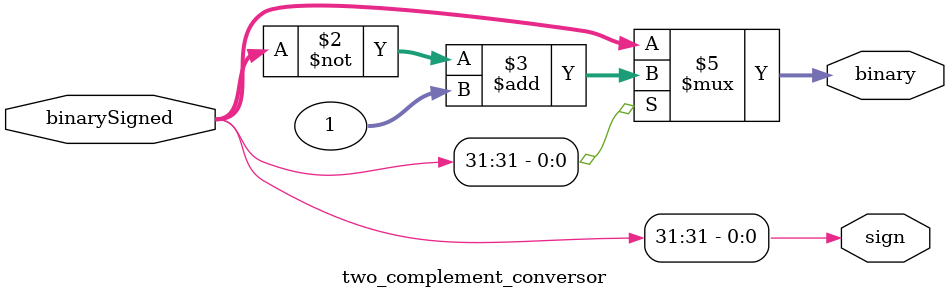
<source format=v>
module two_complement_conversor(binarySigned, binary, sign);
	input [31:0] binarySigned;
	output reg [31:0] binary;
	output reg sign;
	
	always@(*) 
	begin
		sign = binarySigned[31:31];
		if (sign)
			binary = ~binarySigned + {{31{1'b0}},1'b1};
		else
			binary = binarySigned;
	end
endmodule
</source>
